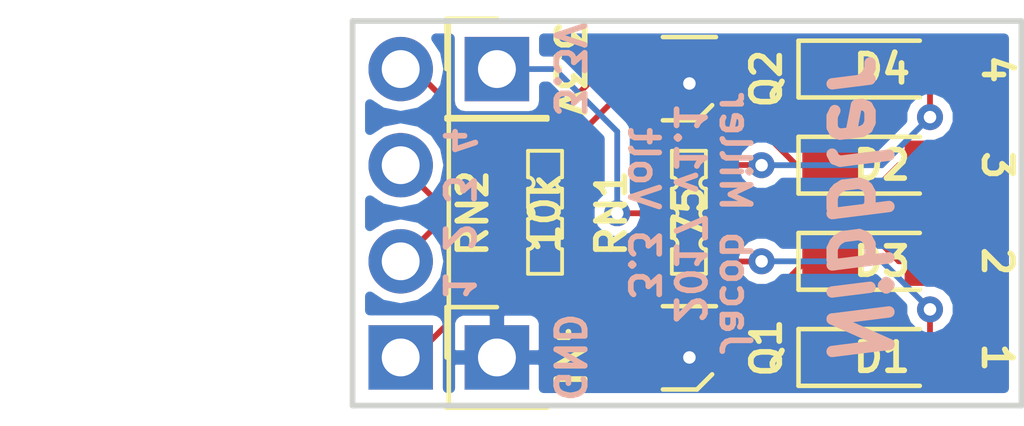
<source format=kicad_pcb>
(kicad_pcb (version 4) (host pcbnew 4.0.6)

  (general
    (links 24)
    (no_connects 0)
    (area 73.283099 50.5711 100.468501 62.873901)
    (thickness 1.6002)
    (drawings 18)
    (tracks 98)
    (zones 0)
    (modules 11)
    (nets 19)
  )

  (page User 177.8 127)
  (title_block
    (title "Nibbler - 3.3V")
    (date 2017-09-16)
    (rev v1.1)
    (company "Jacob Miller")
    (comment 1 "MOSFET LED Switch")
  )

  (layers
    (0 F.Cu signal)
    (31 B.Cu signal)
    (33 F.Adhes user)
    (34 B.Paste user)
    (35 F.Paste user)
    (36 B.SilkS user)
    (37 F.SilkS user)
    (38 B.Mask user)
    (39 F.Mask user)
    (40 Dwgs.User user)
    (41 Cmts.User user)
    (42 Eco1.User user)
    (43 Eco2.User user)
    (44 Edge.Cuts user)
    (45 Margin user)
    (47 F.CrtYd user)
    (49 F.Fab user)
  )

  (setup
    (last_trace_width 0.1524)
    (trace_clearance 0.1524)
    (zone_clearance 0.254)
    (zone_45_only no)
    (trace_min 0.1524)
    (segment_width 0.2)
    (edge_width 0.15)
    (via_size 0.6858)
    (via_drill 0.3302)
    (via_min_size 0.6858)
    (via_min_drill 0.3302)
    (uvia_size 0.762)
    (uvia_drill 0.508)
    (uvias_allowed no)
    (uvia_min_size 0.2)
    (uvia_min_drill 0.1)
    (pcb_text_width 0.3)
    (pcb_text_size 1.5 1.5)
    (mod_edge_width 0.15)
    (mod_text_size 1 1)
    (mod_text_width 0.15)
    (pad_size 1.524 1.524)
    (pad_drill 0.762)
    (pad_to_mask_clearance 0.2)
    (aux_axis_origin 82.7405 62.1665)
    (grid_origin 82.7405 62.1665)
    (visible_elements 7FFFFFFF)
    (pcbplotparams
      (layerselection 0x00030_80000001)
      (usegerberextensions false)
      (excludeedgelayer true)
      (linewidth 0.150000)
      (plotframeref false)
      (viasonmask false)
      (mode 1)
      (useauxorigin false)
      (hpglpennumber 1)
      (hpglpenspeed 20)
      (hpglpendiameter 15)
      (hpglpenoverlay 2)
      (psnegative false)
      (psa4output false)
      (plotreference true)
      (plotvalue true)
      (plotinvisibletext false)
      (padsonsilk false)
      (subtractmaskfromsilk false)
      (outputformat 1)
      (mirror false)
      (drillshape 1)
      (scaleselection 1)
      (outputdirectory ""))
  )

  (net 0 "")
  (net 1 GNDREF)
  (net 2 /Q1D1)
  (net 3 /Q2D1)
  (net 4 /Q1D2)
  (net 5 /Q2D2)
  (net 6 /Q1G2)
  (net 7 /Q1G1)
  (net 8 /Q2G2)
  (net 9 /Q2G1)
  (net 10 /LED1)
  (net 11 /LED3)
  (net 12 /LED2)
  (net 13 /LED4)
  (net 14 /IN1)
  (net 15 /IN2)
  (net 16 /IN3)
  (net 17 /IN4)
  (net 18 "Net-(J2-Pad1)")

  (net_class Default "This is the default net class."
    (clearance 0.1524)
    (trace_width 0.1524)
    (via_dia 0.6858)
    (via_drill 0.3302)
    (uvia_dia 0.762)
    (uvia_drill 0.508)
    (add_net /IN1)
    (add_net /IN2)
    (add_net /IN3)
    (add_net /IN4)
    (add_net /LED1)
    (add_net /LED2)
    (add_net /LED3)
    (add_net /LED4)
    (add_net /Q1D1)
    (add_net /Q1D2)
    (add_net /Q1G1)
    (add_net /Q1G2)
    (add_net /Q2D1)
    (add_net /Q2D2)
    (add_net /Q2G1)
    (add_net /Q2G2)
    (add_net GNDREF)
    (add_net "Net-(J2-Pad1)")
  )

  (module Pin_Header_Angled_1x04_Pitch2.54mm (layer F.Cu) (tedit 597BEE75) (tstamp 59795891)
    (at 84.0105 60.8965 180)
    (descr "Through hole angled pin header, 1x04, 2.54mm pitch, 6mm pin length, single row")
    (tags "Through hole angled pin header THT 1x04 2.54mm single row")
    (path /59796FBF)
    (fp_text reference J1 (at 0 9.398 180) (layer F.SilkS) hide
      (effects (font (size 1 1) (thickness 0.15)))
    )
    (fp_text value CONN_01X04 (at 2 4 270) (layer F.Fab)
      (effects (font (size 1 1) (thickness 0.15)))
    )
    (fp_line (start -0.615 -1.27) (end 1.27 -1.27) (layer F.Fab) (width 0.1))
    (fp_line (start 1.27 -1.27) (end 1.27 8.89) (layer F.Fab) (width 0.1))
    (fp_line (start 1.27 8.89) (end -1.27 8.89) (layer F.Fab) (width 0.1))
    (fp_line (start -1.27 8.89) (end -1.27 -0.635) (layer F.Fab) (width 0.1))
    (fp_line (start -1.27 -0.635) (end -0.615 -1.27) (layer F.Fab) (width 0.1))
    (fp_line (start -0.32 -0.32) (end -0.32 0.32) (layer F.Fab) (width 0.1))
    (fp_line (start -0.32 2.22) (end -0.32 2.86) (layer F.Fab) (width 0.1))
    (fp_line (start -0.32 4.76) (end -0.32 5.4) (layer F.Fab) (width 0.1))
    (fp_line (start -0.32 7.3) (end -0.32 7.94) (layer F.Fab) (width 0.1))
    (fp_line (start -1.27 -1.2446) (end -1.27 8.89) (layer F.SilkS) (width 0.12))
    (fp_line (start -1.27 8.89) (end 1.27 8.89) (layer F.SilkS) (width 0.12))
    (fp_line (start 1.27 8.89) (end 1.27 -1.27) (layer F.SilkS) (width 0.12))
    (fp_line (start 1.27 -1.27) (end -1.27 -1.27) (layer F.SilkS) (width 0.12))
    (fp_line (start -1.8 -1.8) (end -1.8 9.4) (layer F.CrtYd) (width 0.05))
    (fp_line (start -1.8 9.4) (end 10.55 9.4) (layer F.CrtYd) (width 0.05))
    (fp_line (start 10.55 9.4) (end 10.55 -1.8) (layer F.CrtYd) (width 0.05))
    (fp_line (start 10.55 -1.8) (end -1.8 -1.8) (layer F.CrtYd) (width 0.05))
    (pad 1 thru_hole rect (at 0 0 180) (size 1.7 1.7) (drill 1) (layers *.Cu *.Mask)
      (net 14 /IN1))
    (pad 2 thru_hole oval (at 0 2.54 180) (size 1.7 1.7) (drill 1) (layers *.Cu *.Mask)
      (net 15 /IN2))
    (pad 3 thru_hole oval (at 0 5.08 180) (size 1.7 1.7) (drill 1) (layers *.Cu *.Mask)
      (net 16 /IN3))
    (pad 4 thru_hole oval (at 0 7.62 180) (size 1.7 1.7) (drill 1) (layers *.Cu *.Mask)
      (net 17 /IN4))
    (model ${KISYS3DMOD}/Pin_Headers.3dshapes/Pin_Header_Angled_1x04_Pitch2.54mm.wrl
      (at (xyz 0 0 0))
      (scale (xyz 1 1 1))
      (rotate (xyz 0 0 0))
    )
  )

  (module LEDs:LED_0805_HandSoldering (layer F.Cu) (tedit 595FCA25) (tstamp 597951F2)
    (at 96.7105 60.8965)
    (descr "Resistor SMD 0805, hand soldering")
    (tags "resistor 0805")
    (path /59794F60)
    (attr smd)
    (fp_text reference D1 (at 0 0) (layer F.SilkS)
      (effects (font (size 0.75 0.75) (thickness 0.15)))
    )
    (fp_text value Green (at 0 -0.127) (layer F.Fab)
      (effects (font (size 0.75 0.75) (thickness 0.15)))
    )
    (fp_line (start -0.4 -0.4) (end -0.4 0.4) (layer F.Fab) (width 0.1))
    (fp_line (start -0.4 0) (end 0.2 -0.4) (layer F.Fab) (width 0.1))
    (fp_line (start 0.2 0.4) (end -0.4 0) (layer F.Fab) (width 0.1))
    (fp_line (start 0.2 -0.4) (end 0.2 0.4) (layer F.Fab) (width 0.1))
    (fp_line (start -1 0.62) (end -1 -0.62) (layer F.Fab) (width 0.1))
    (fp_line (start 1 0.62) (end -1 0.62) (layer F.Fab) (width 0.1))
    (fp_line (start 1 -0.62) (end 1 0.62) (layer F.Fab) (width 0.1))
    (fp_line (start -1 -0.62) (end 1 -0.62) (layer F.Fab) (width 0.1))
    (fp_line (start 1 0.75) (end -2.2 0.75) (layer F.SilkS) (width 0.12))
    (fp_line (start -2.2 -0.75) (end 1 -0.75) (layer F.SilkS) (width 0.12))
    (fp_line (start -2.35 -0.9) (end 2.35 -0.9) (layer F.CrtYd) (width 0.05))
    (fp_line (start -2.35 -0.9) (end -2.35 0.9) (layer F.CrtYd) (width 0.05))
    (fp_line (start 2.35 0.9) (end 2.35 -0.9) (layer F.CrtYd) (width 0.05))
    (fp_line (start 2.35 0.9) (end -2.35 0.9) (layer F.CrtYd) (width 0.05))
    (fp_line (start -2.2 -0.75) (end -2.2 0.75) (layer F.SilkS) (width 0.12))
    (pad 1 smd rect (at -1.35 0) (size 1.5 1.3) (layers F.Cu F.Paste F.Mask)
      (net 2 /Q1D1))
    (pad 2 smd rect (at 1.35 0) (size 1.5 1.3) (layers F.Cu F.Paste F.Mask)
      (net 10 /LED1))
    (model ${KISYS3DMOD}/LEDs.3dshapes/LED_0805.wrl
      (at (xyz 0 0 0))
      (scale (xyz 1 1 1))
      (rotate (xyz 0 0 0))
    )
  )

  (module LEDs:LED_0805_HandSoldering (layer F.Cu) (tedit 595FCA25) (tstamp 597951F8)
    (at 96.7105 55.8165)
    (descr "Resistor SMD 0805, hand soldering")
    (tags "resistor 0805")
    (path /59794F6C)
    (attr smd)
    (fp_text reference D2 (at 0 0) (layer F.SilkS)
      (effects (font (size 0.75 0.75) (thickness 0.15)))
    )
    (fp_text value Green (at 0 0) (layer F.Fab)
      (effects (font (size 0.75 0.75) (thickness 0.15)))
    )
    (fp_line (start -0.4 -0.4) (end -0.4 0.4) (layer F.Fab) (width 0.1))
    (fp_line (start -0.4 0) (end 0.2 -0.4) (layer F.Fab) (width 0.1))
    (fp_line (start 0.2 0.4) (end -0.4 0) (layer F.Fab) (width 0.1))
    (fp_line (start 0.2 -0.4) (end 0.2 0.4) (layer F.Fab) (width 0.1))
    (fp_line (start -1 0.62) (end -1 -0.62) (layer F.Fab) (width 0.1))
    (fp_line (start 1 0.62) (end -1 0.62) (layer F.Fab) (width 0.1))
    (fp_line (start 1 -0.62) (end 1 0.62) (layer F.Fab) (width 0.1))
    (fp_line (start -1 -0.62) (end 1 -0.62) (layer F.Fab) (width 0.1))
    (fp_line (start 1 0.75) (end -2.2 0.75) (layer F.SilkS) (width 0.12))
    (fp_line (start -2.2 -0.75) (end 1 -0.75) (layer F.SilkS) (width 0.12))
    (fp_line (start -2.35 -0.9) (end 2.35 -0.9) (layer F.CrtYd) (width 0.05))
    (fp_line (start -2.35 -0.9) (end -2.35 0.9) (layer F.CrtYd) (width 0.05))
    (fp_line (start 2.35 0.9) (end 2.35 -0.9) (layer F.CrtYd) (width 0.05))
    (fp_line (start 2.35 0.9) (end -2.35 0.9) (layer F.CrtYd) (width 0.05))
    (fp_line (start -2.2 -0.75) (end -2.2 0.75) (layer F.SilkS) (width 0.12))
    (pad 1 smd rect (at -1.35 0) (size 1.5 1.3) (layers F.Cu F.Paste F.Mask)
      (net 3 /Q2D1))
    (pad 2 smd rect (at 1.35 0) (size 1.5 1.3) (layers F.Cu F.Paste F.Mask)
      (net 11 /LED3))
    (model ${KISYS3DMOD}/LEDs.3dshapes/LED_0805.wrl
      (at (xyz 0 0 0))
      (scale (xyz 1 1 1))
      (rotate (xyz 0 0 0))
    )
  )

  (module LEDs:LED_0805_HandSoldering (layer F.Cu) (tedit 595FCA25) (tstamp 597951FE)
    (at 96.7105 58.3565)
    (descr "Resistor SMD 0805, hand soldering")
    (tags "resistor 0805")
    (path /59794F62)
    (attr smd)
    (fp_text reference D3 (at 0 0) (layer F.SilkS)
      (effects (font (size 0.75 0.75) (thickness 0.15)))
    )
    (fp_text value Green (at 0 1.75) (layer F.Fab)
      (effects (font (size 0.75 0.75) (thickness 0.15)))
    )
    (fp_line (start -0.4 -0.4) (end -0.4 0.4) (layer F.Fab) (width 0.1))
    (fp_line (start -0.4 0) (end 0.2 -0.4) (layer F.Fab) (width 0.1))
    (fp_line (start 0.2 0.4) (end -0.4 0) (layer F.Fab) (width 0.1))
    (fp_line (start 0.2 -0.4) (end 0.2 0.4) (layer F.Fab) (width 0.1))
    (fp_line (start -1 0.62) (end -1 -0.62) (layer F.Fab) (width 0.1))
    (fp_line (start 1 0.62) (end -1 0.62) (layer F.Fab) (width 0.1))
    (fp_line (start 1 -0.62) (end 1 0.62) (layer F.Fab) (width 0.1))
    (fp_line (start -1 -0.62) (end 1 -0.62) (layer F.Fab) (width 0.1))
    (fp_line (start 1 0.75) (end -2.2 0.75) (layer F.SilkS) (width 0.12))
    (fp_line (start -2.2 -0.75) (end 1 -0.75) (layer F.SilkS) (width 0.12))
    (fp_line (start -2.35 -0.9) (end 2.35 -0.9) (layer F.CrtYd) (width 0.05))
    (fp_line (start -2.35 -0.9) (end -2.35 0.9) (layer F.CrtYd) (width 0.05))
    (fp_line (start 2.35 0.9) (end 2.35 -0.9) (layer F.CrtYd) (width 0.05))
    (fp_line (start 2.35 0.9) (end -2.35 0.9) (layer F.CrtYd) (width 0.05))
    (fp_line (start -2.2 -0.75) (end -2.2 0.75) (layer F.SilkS) (width 0.12))
    (pad 1 smd rect (at -1.35 0) (size 1.5 1.3) (layers F.Cu F.Paste F.Mask)
      (net 4 /Q1D2))
    (pad 2 smd rect (at 1.35 0) (size 1.5 1.3) (layers F.Cu F.Paste F.Mask)
      (net 12 /LED2))
    (model ${KISYS3DMOD}/LEDs.3dshapes/LED_0805.wrl
      (at (xyz 0 0 0))
      (scale (xyz 1 1 1))
      (rotate (xyz 0 0 0))
    )
  )

  (module LEDs:LED_0805_HandSoldering (layer F.Cu) (tedit 595FCA25) (tstamp 59795204)
    (at 96.7105 53.2765)
    (descr "Resistor SMD 0805, hand soldering")
    (tags "resistor 0805")
    (path /59794F6E)
    (attr smd)
    (fp_text reference D4 (at 0 0) (layer F.SilkS)
      (effects (font (size 0.75 0.75) (thickness 0.15)))
    )
    (fp_text value Green (at 0 0) (layer F.Fab)
      (effects (font (size 0.75 0.75) (thickness 0.15)))
    )
    (fp_line (start -0.4 -0.4) (end -0.4 0.4) (layer F.Fab) (width 0.1))
    (fp_line (start -0.4 0) (end 0.2 -0.4) (layer F.Fab) (width 0.1))
    (fp_line (start 0.2 0.4) (end -0.4 0) (layer F.Fab) (width 0.1))
    (fp_line (start 0.2 -0.4) (end 0.2 0.4) (layer F.Fab) (width 0.1))
    (fp_line (start -1 0.62) (end -1 -0.62) (layer F.Fab) (width 0.1))
    (fp_line (start 1 0.62) (end -1 0.62) (layer F.Fab) (width 0.1))
    (fp_line (start 1 -0.62) (end 1 0.62) (layer F.Fab) (width 0.1))
    (fp_line (start -1 -0.62) (end 1 -0.62) (layer F.Fab) (width 0.1))
    (fp_line (start 1 0.75) (end -2.2 0.75) (layer F.SilkS) (width 0.12))
    (fp_line (start -2.2 -0.75) (end 1 -0.75) (layer F.SilkS) (width 0.12))
    (fp_line (start -2.35 -0.9) (end 2.35 -0.9) (layer F.CrtYd) (width 0.05))
    (fp_line (start -2.35 -0.9) (end -2.35 0.9) (layer F.CrtYd) (width 0.05))
    (fp_line (start 2.35 0.9) (end 2.35 -0.9) (layer F.CrtYd) (width 0.05))
    (fp_line (start 2.35 0.9) (end -2.35 0.9) (layer F.CrtYd) (width 0.05))
    (fp_line (start -2.2 -0.75) (end -2.2 0.75) (layer F.SilkS) (width 0.12))
    (pad 1 smd rect (at -1.35 0) (size 1.5 1.3) (layers F.Cu F.Paste F.Mask)
      (net 5 /Q2D2))
    (pad 2 smd rect (at 1.35 0) (size 1.5 1.3) (layers F.Cu F.Paste F.Mask)
      (net 13 /LED4))
    (model ${KISYS3DMOD}/LEDs.3dshapes/LED_0805.wrl
      (at (xyz 0 0 0))
      (scale (xyz 1 1 1))
      (rotate (xyz 0 0 0))
    )
  )

  (module Project-Local:YC164-JR-0775RL (layer F.Cu) (tedit 597B1D2C) (tstamp 59795238)
    (at 91.6165 57.0865)
    (path /59794F72)
    (fp_text reference RN1 (at -2.046 0 270) (layer F.SilkS)
      (effects (font (size 0.75 0.75) (thickness 0.15)))
    )
    (fp_text value 75 (at 0 0 90) (layer F.SilkS)
      (effects (font (size 0.75 0.75) (thickness 0.15)))
    )
    (fp_arc (start -0.45 -0.8) (end -0.45 -0.95) (angle 180) (layer F.SilkS) (width 0.1))
    (fp_line (start -1.5 2) (end -1.5 -2) (layer F.CrtYd) (width 0.05))
    (fp_line (start 1.5 2) (end -1.5 2) (layer F.CrtYd) (width 0.05))
    (fp_line (start 1.5 -2) (end 1.5 2) (layer F.CrtYd) (width 0.05))
    (fp_line (start -1.5 -2) (end 1.5 -2) (layer F.CrtYd) (width 0.05))
    (fp_line (start 0.45 -1.65) (end 0.45 -0.95) (layer F.SilkS) (width 0.1))
    (fp_line (start -0.45 1.6) (end 0.45 1.6) (layer F.SilkS) (width 0.1))
    (fp_line (start -0.45 -1.65) (end 0.45 -1.65) (layer F.SilkS) (width 0.1))
    (fp_line (start -0.45 -1.65) (end -0.45 -0.95) (layer F.SilkS) (width 0.1))
    (fp_arc (start 0.45 -0.8) (end 0.45 -0.65) (angle 180) (layer F.SilkS) (width 0.1))
    (fp_line (start -0.45 -0.65) (end -0.45 -0.15) (layer F.SilkS) (width 0.1))
    (fp_arc (start -0.45 0) (end -0.45 -0.15) (angle 180) (layer F.SilkS) (width 0.1))
    (fp_line (start -0.45 0.15) (end -0.45 0.65) (layer F.SilkS) (width 0.1))
    (fp_arc (start -0.45 0.8) (end -0.45 0.65) (angle 180) (layer F.SilkS) (width 0.1))
    (fp_line (start -0.45 0.95) (end -0.45 1.6) (layer F.SilkS) (width 0.1))
    (fp_line (start 0.45 -0.65) (end 0.45 -0.15) (layer F.SilkS) (width 0.1))
    (fp_line (start 0.45 0.15) (end 0.45 0.65) (layer F.SilkS) (width 0.1))
    (fp_arc (start 0.45 0) (end 0.45 0.15) (angle 180) (layer F.SilkS) (width 0.1))
    (fp_line (start 0.45 0.95) (end 0.45 1.6) (layer F.SilkS) (width 0.1))
    (fp_arc (start 0.45 0.8) (end 0.45 0.95) (angle 180) (layer F.SilkS) (width 0.1))
    (pad 1 smd rect (at -0.875 -1.275) (size 0.75 0.65) (layers F.Cu F.Paste F.Mask)
      (net 18 "Net-(J2-Pad1)"))
    (pad 2 smd rect (at -0.875 -0.4) (size 0.75 0.5) (layers F.Cu F.Paste F.Mask)
      (net 18 "Net-(J2-Pad1)"))
    (pad 3 smd rect (at -0.875 0.4) (size 0.75 0.5) (layers F.Cu F.Paste F.Mask)
      (net 18 "Net-(J2-Pad1)"))
    (pad 4 smd rect (at -0.875 1.275) (size 0.75 0.65) (layers F.Cu F.Paste F.Mask)
      (net 18 "Net-(J2-Pad1)"))
    (pad 5 smd rect (at 0.875 1.275) (size 0.75 0.65) (layers F.Cu F.Paste F.Mask)
      (net 10 /LED1))
    (pad 6 smd rect (at 0.875 0.4) (size 0.75 0.5) (layers F.Cu F.Paste F.Mask)
      (net 12 /LED2))
    (pad 7 smd rect (at 0.875 -0.4) (size 0.75 0.5) (layers F.Cu F.Paste F.Mask)
      (net 11 /LED3))
    (pad 8 smd rect (at 0.875 -1.275) (size 0.75 0.65) (layers F.Cu F.Paste F.Mask)
      (net 13 /LED4))
    (model Resistors_SMD.3dshapes/R_Array_Convex_4x0603.wrl
      (at (xyz 0 0 0))
      (scale (xyz 1 1 1))
      (rotate (xyz 0 0 0))
    )
  )

  (module Project-Local:YC164-JR-0775RL (layer F.Cu) (tedit 597B1D20) (tstamp 59795258)
    (at 87.8205 57.0865)
    (path /59794F71)
    (fp_text reference RN2 (at -1.905 0 90) (layer F.SilkS)
      (effects (font (size 0.75 0.75) (thickness 0.15)))
    )
    (fp_text value 10k (at 0 0 90) (layer F.SilkS)
      (effects (font (size 0.75 0.75) (thickness 0.15)))
    )
    (fp_arc (start -0.45 -0.8) (end -0.45 -0.95) (angle 180) (layer F.SilkS) (width 0.1))
    (fp_line (start -1.5 2) (end -1.5 -2) (layer F.CrtYd) (width 0.05))
    (fp_line (start 1.5 2) (end -1.5 2) (layer F.CrtYd) (width 0.05))
    (fp_line (start 1.5 -2) (end 1.5 2) (layer F.CrtYd) (width 0.05))
    (fp_line (start -1.5 -2) (end 1.5 -2) (layer F.CrtYd) (width 0.05))
    (fp_line (start 0.45 -1.65) (end 0.45 -0.95) (layer F.SilkS) (width 0.1))
    (fp_line (start -0.45 1.6) (end 0.45 1.6) (layer F.SilkS) (width 0.1))
    (fp_line (start -0.45 -1.65) (end 0.45 -1.65) (layer F.SilkS) (width 0.1))
    (fp_line (start -0.45 -1.65) (end -0.45 -0.95) (layer F.SilkS) (width 0.1))
    (fp_arc (start 0.45 -0.8) (end 0.45 -0.65) (angle 180) (layer F.SilkS) (width 0.1))
    (fp_line (start -0.45 -0.65) (end -0.45 -0.15) (layer F.SilkS) (width 0.1))
    (fp_arc (start -0.45 0) (end -0.45 -0.15) (angle 180) (layer F.SilkS) (width 0.1))
    (fp_line (start -0.45 0.15) (end -0.45 0.65) (layer F.SilkS) (width 0.1))
    (fp_arc (start -0.45 0.8) (end -0.45 0.65) (angle 180) (layer F.SilkS) (width 0.1))
    (fp_line (start -0.45 0.95) (end -0.45 1.6) (layer F.SilkS) (width 0.1))
    (fp_line (start 0.45 -0.65) (end 0.45 -0.15) (layer F.SilkS) (width 0.1))
    (fp_line (start 0.45 0.15) (end 0.45 0.65) (layer F.SilkS) (width 0.1))
    (fp_arc (start 0.45 0) (end 0.45 0.15) (angle 180) (layer F.SilkS) (width 0.1))
    (fp_line (start 0.45 0.95) (end 0.45 1.6) (layer F.SilkS) (width 0.1))
    (fp_arc (start 0.45 0.8) (end 0.45 0.95) (angle 180) (layer F.SilkS) (width 0.1))
    (pad 1 smd rect (at -0.875 -1.275) (size 0.75 0.65) (layers F.Cu F.Paste F.Mask)
      (net 17 /IN4))
    (pad 2 smd rect (at -0.875 -0.4) (size 0.75 0.5) (layers F.Cu F.Paste F.Mask)
      (net 16 /IN3))
    (pad 3 smd rect (at -0.875 0.4) (size 0.75 0.5) (layers F.Cu F.Paste F.Mask)
      (net 15 /IN2))
    (pad 4 smd rect (at -0.875 1.275) (size 0.75 0.65) (layers F.Cu F.Paste F.Mask)
      (net 14 /IN1))
    (pad 5 smd rect (at 0.875 1.275) (size 0.75 0.65) (layers F.Cu F.Paste F.Mask)
      (net 7 /Q1G1))
    (pad 6 smd rect (at 0.875 0.4) (size 0.75 0.5) (layers F.Cu F.Paste F.Mask)
      (net 6 /Q1G2))
    (pad 7 smd rect (at 0.875 -0.4) (size 0.75 0.5) (layers F.Cu F.Paste F.Mask)
      (net 9 /Q2G1))
    (pad 8 smd rect (at 0.875 -1.275) (size 0.75 0.65) (layers F.Cu F.Paste F.Mask)
      (net 8 /Q2G2))
    (model Resistors_SMD.3dshapes/R_Array_Convex_4x0603.wrl
      (at (xyz 0 0 0))
      (scale (xyz 1 1 1))
      (rotate (xyz 0 0 0))
    )
  )

  (module Pin_Headers:Pin_Header_Straight_1x01_Pitch2.54mm (layer F.Cu) (tedit 597B1C85) (tstamp 5979DF3C)
    (at 86.5505 53.2765)
    (descr "Through hole straight pin header, 1x01, 2.54mm pitch, single row")
    (tags "Through hole pin header THT 1x01 2.54mm single row")
    (path /5979E071)
    (fp_text reference J2 (at 0 -1.778) (layer F.SilkS) hide
      (effects (font (size 1 1) (thickness 0.15)))
    )
    (fp_text value +3.3 (at 1.778 0 90) (layer F.Fab)
      (effects (font (size 0.75 0.75) (thickness 0.15)))
    )
    (fp_line (start -0.635 -1.27) (end 1.27 -1.27) (layer F.Fab) (width 0.1))
    (fp_line (start 1.27 -1.27) (end 1.27 1.27) (layer F.Fab) (width 0.1))
    (fp_line (start 1.27 1.27) (end -1.27 1.27) (layer F.Fab) (width 0.1))
    (fp_line (start -1.27 1.27) (end -1.27 -0.635) (layer F.Fab) (width 0.1))
    (fp_line (start -1.27 -0.635) (end -0.635 -1.27) (layer F.Fab) (width 0.1))
    (fp_line (start -1.33 1.33) (end 1.33 1.33) (layer F.SilkS) (width 0.12))
    (fp_line (start -1.33 1.27) (end -1.33 1.33) (layer F.SilkS) (width 0.12))
    (fp_line (start 1.33 1.27) (end 1.33 1.33) (layer F.SilkS) (width 0.12))
    (fp_line (start -1.33 1.27) (end 1.33 1.27) (layer F.SilkS) (width 0.12))
    (fp_line (start -1.33 0) (end -1.33 -1.33) (layer F.SilkS) (width 0.12))
    (fp_line (start -1.33 -1.33) (end 0 -1.33) (layer F.SilkS) (width 0.12))
    (fp_line (start -1.8 -1.8) (end -1.8 1.8) (layer F.CrtYd) (width 0.05))
    (fp_line (start -1.8 1.8) (end 1.8 1.8) (layer F.CrtYd) (width 0.05))
    (fp_line (start 1.8 1.8) (end 1.8 -1.8) (layer F.CrtYd) (width 0.05))
    (fp_line (start 1.8 -1.8) (end -1.8 -1.8) (layer F.CrtYd) (width 0.05))
    (fp_text user %R (at 0 0 90) (layer F.Fab)
      (effects (font (size 1 1) (thickness 0.15)))
    )
    (pad 1 thru_hole rect (at 0 0) (size 1.7 1.7) (drill 1) (layers *.Cu *.Mask)
      (net 18 "Net-(J2-Pad1)"))
    (model ${KISYS3DMOD}/Pin_Headers.3dshapes/Pin_Header_Straight_1x01_Pitch2.54mm.wrl
      (at (xyz 0 0 0))
      (scale (xyz 1 1 1))
      (rotate (xyz 0 0 0))
    )
  )

  (module Pin_Headers:Pin_Header_Straight_1x01_Pitch2.54mm (layer F.Cu) (tedit 597B1C89) (tstamp 5979DF41)
    (at 86.5505 60.8965)
    (descr "Through hole straight pin header, 1x01, 2.54mm pitch, single row")
    (tags "Through hole pin header THT 1x01 2.54mm single row")
    (path /5979E3DC)
    (fp_text reference J3 (at 0 -2.33) (layer F.SilkS) hide
      (effects (font (size 1 1) (thickness 0.15)))
    )
    (fp_text value GND (at 1.905 0 90) (layer F.Fab)
      (effects (font (size 0.75 0.75) (thickness 0.15)))
    )
    (fp_line (start -0.635 -1.27) (end 1.27 -1.27) (layer F.Fab) (width 0.1))
    (fp_line (start 1.27 -1.27) (end 1.27 1.27) (layer F.Fab) (width 0.1))
    (fp_line (start 1.27 1.27) (end -1.27 1.27) (layer F.Fab) (width 0.1))
    (fp_line (start -1.27 1.27) (end -1.27 -0.635) (layer F.Fab) (width 0.1))
    (fp_line (start -1.27 -0.635) (end -0.635 -1.27) (layer F.Fab) (width 0.1))
    (fp_line (start -1.33 1.33) (end 1.33 1.33) (layer F.SilkS) (width 0.12))
    (fp_line (start -1.33 1.27) (end -1.33 1.33) (layer F.SilkS) (width 0.12))
    (fp_line (start 1.33 1.27) (end 1.33 1.33) (layer F.SilkS) (width 0.12))
    (fp_line (start -1.33 1.27) (end 1.33 1.27) (layer F.SilkS) (width 0.12))
    (fp_line (start -1.33 0) (end -1.33 -1.33) (layer F.SilkS) (width 0.12))
    (fp_line (start -1.33 -1.33) (end 0 -1.33) (layer F.SilkS) (width 0.12))
    (fp_line (start -1.8 -1.8) (end -1.8 1.8) (layer F.CrtYd) (width 0.05))
    (fp_line (start -1.8 1.8) (end 1.8 1.8) (layer F.CrtYd) (width 0.05))
    (fp_line (start 1.8 1.8) (end 1.8 -1.8) (layer F.CrtYd) (width 0.05))
    (fp_line (start 1.8 -1.8) (end -1.8 -1.8) (layer F.CrtYd) (width 0.05))
    (fp_text user %R (at 0 0 90) (layer F.Fab)
      (effects (font (size 1 1) (thickness 0.15)))
    )
    (pad 1 thru_hole rect (at 0 0) (size 1.7 1.7) (drill 1) (layers *.Cu *.Mask)
      (net 1 GNDREF))
    (model ${KISYS3DMOD}/Pin_Headers.3dshapes/Pin_Header_Straight_1x01_Pitch2.54mm.wrl
      (at (xyz 0 0 0))
      (scale (xyz 1 1 1))
      (rotate (xyz 0 0 0))
    )
  )

  (module Project-Local:SOT-363_SC-70-6 (layer F.Cu) (tedit 597B1DB3) (tstamp 597BB6EF)
    (at 91.6305 60.6425 180)
    (descr "SOT-363, SC-70-6")
    (tags "SOT-363 SC-70-6")
    (path /59794F6B)
    (attr smd)
    (fp_text reference Q1 (at -2.032 0 270) (layer F.SilkS)
      (effects (font (size 0.75 0.75) (thickness 0.15)))
    )
    (fp_text value UM6K33N (at 0 0 180) (layer F.Fab)
      (effects (font (size 0.75 0.75) (thickness 0.15)))
    )
    (fp_line (start -0.2 -1.1) (end -0.6 -0.7) (layer F.SilkS) (width 0.12))
    (fp_text user %R (at -2.032 0 270) (layer F.Fab)
      (effects (font (size 0.75 0.75) (thickness 0.15)))
    )
    (fp_line (start 0.7 -1.1) (end -0.2 -1.1) (layer F.SilkS) (width 0.12))
    (fp_line (start -0.7 1.1) (end 0.7 1.1) (layer F.SilkS) (width 0.12))
    (fp_line (start 1.6 1.4) (end 1.6 -1.4) (layer F.CrtYd) (width 0.05))
    (fp_line (start -1.6 -1.4) (end -1.6 1.4) (layer F.CrtYd) (width 0.05))
    (fp_line (start -1.6 -1.4) (end 1.6 -1.4) (layer F.CrtYd) (width 0.05))
    (fp_line (start 0.675 -1.1) (end -0.175 -1.1) (layer F.Fab) (width 0.1))
    (fp_line (start -0.675 -0.6) (end -0.675 1.1) (layer F.Fab) (width 0.1))
    (fp_line (start -1.6 1.4) (end 1.6 1.4) (layer F.CrtYd) (width 0.05))
    (fp_line (start 0.675 -1.1) (end 0.675 1.1) (layer F.Fab) (width 0.1))
    (fp_line (start 0.675 1.1) (end -0.675 1.1) (layer F.Fab) (width 0.1))
    (fp_line (start -0.175 -1.1) (end -0.675 -0.6) (layer F.Fab) (width 0.1))
    (pad 1 smd rect (at -0.95 -0.65 180) (size 0.65 0.4) (layers F.Cu F.Paste F.Mask)
      (net 1 GNDREF))
    (pad 3 smd rect (at -0.95 0.65 180) (size 0.65 0.4) (layers F.Cu F.Paste F.Mask)
      (net 4 /Q1D2))
    (pad 5 smd rect (at 0.95 0 180) (size 0.65 0.4) (layers F.Cu F.Paste F.Mask)
      (net 6 /Q1G2))
    (pad 2 smd rect (at -0.95 0 180) (size 0.65 0.4) (layers F.Cu F.Paste F.Mask)
      (net 7 /Q1G1))
    (pad 4 smd rect (at 0.95 0.65 180) (size 0.65 0.4) (layers F.Cu F.Paste F.Mask)
      (net 1 GNDREF))
    (pad 6 smd rect (at 0.95 -0.65 180) (size 0.65 0.4) (layers F.Cu F.Paste F.Mask)
      (net 2 /Q1D1))
    (model ${KISYS3DMOD}/TO_SOT_Packages_SMD.3dshapes/SOT-363_SC-70-6.wrl
      (at (xyz 0 0 0))
      (scale (xyz 1 1 1))
      (rotate (xyz 0 0 0))
    )
  )

  (module Project-Local:SOT-363_SC-70-6 (layer F.Cu) (tedit 597B1DB3) (tstamp 597BB705)
    (at 91.6305 53.5305 180)
    (descr "SOT-363, SC-70-6")
    (tags "SOT-363 SC-70-6")
    (path /59794F70)
    (attr smd)
    (fp_text reference Q2 (at -2.032 0 270) (layer F.SilkS)
      (effects (font (size 0.75 0.75) (thickness 0.15)))
    )
    (fp_text value UM6K33N (at 0 0 180) (layer F.Fab)
      (effects (font (size 0.75 0.75) (thickness 0.15)))
    )
    (fp_line (start -0.2 -1.1) (end -0.6 -0.7) (layer F.SilkS) (width 0.12))
    (fp_text user %R (at -2.032 0 270) (layer F.Fab)
      (effects (font (size 0.75 0.75) (thickness 0.15)))
    )
    (fp_line (start 0.7 -1.1) (end -0.2 -1.1) (layer F.SilkS) (width 0.12))
    (fp_line (start -0.7 1.1) (end 0.7 1.1) (layer F.SilkS) (width 0.12))
    (fp_line (start 1.6 1.4) (end 1.6 -1.4) (layer F.CrtYd) (width 0.05))
    (fp_line (start -1.6 -1.4) (end -1.6 1.4) (layer F.CrtYd) (width 0.05))
    (fp_line (start -1.6 -1.4) (end 1.6 -1.4) (layer F.CrtYd) (width 0.05))
    (fp_line (start 0.675 -1.1) (end -0.175 -1.1) (layer F.Fab) (width 0.1))
    (fp_line (start -0.675 -0.6) (end -0.675 1.1) (layer F.Fab) (width 0.1))
    (fp_line (start -1.6 1.4) (end 1.6 1.4) (layer F.CrtYd) (width 0.05))
    (fp_line (start 0.675 -1.1) (end 0.675 1.1) (layer F.Fab) (width 0.1))
    (fp_line (start 0.675 1.1) (end -0.675 1.1) (layer F.Fab) (width 0.1))
    (fp_line (start -0.175 -1.1) (end -0.675 -0.6) (layer F.Fab) (width 0.1))
    (pad 1 smd rect (at -0.95 -0.65 180) (size 0.65 0.4) (layers F.Cu F.Paste F.Mask)
      (net 1 GNDREF))
    (pad 3 smd rect (at -0.95 0.65 180) (size 0.65 0.4) (layers F.Cu F.Paste F.Mask)
      (net 5 /Q2D2))
    (pad 5 smd rect (at 0.95 0 180) (size 0.65 0.4) (layers F.Cu F.Paste F.Mask)
      (net 8 /Q2G2))
    (pad 2 smd rect (at -0.95 0 180) (size 0.65 0.4) (layers F.Cu F.Paste F.Mask)
      (net 9 /Q2G1))
    (pad 4 smd rect (at 0.95 0.65 180) (size 0.65 0.4) (layers F.Cu F.Paste F.Mask)
      (net 1 GNDREF))
    (pad 6 smd rect (at 0.95 -0.65 180) (size 0.65 0.4) (layers F.Cu F.Paste F.Mask)
      (net 3 /Q2D1))
    (model ${KISYS3DMOD}/TO_SOT_Packages_SMD.3dshapes/SOT-363_SC-70-6.wrl
      (at (xyz 0 0 0))
      (scale (xyz 1 1 1))
      (rotate (xyz 0 0 0))
    )
  )

  (gr_text "Jacob Miller \n2017 v1.1\n3.3 Volt" (at 91.6305 57.0865 270) (layer B.SilkS) (tstamp 597BF6BB)
    (effects (font (size 0.75 0.75) (thickness 0.15)) (justify mirror))
  )
  (gr_text Nibbler (at 96.0755 57.0865 270) (layer B.SilkS)
    (effects (font (size 1.5 1.5) (thickness 0.3) italic) (justify mirror))
  )
  (gr_text GND (at 88.4555 60.8965 270) (layer B.SilkS) (tstamp 597BF6B0)
    (effects (font (size 0.75 0.75) (thickness 0.15)) (justify mirror))
  )
  (gr_text 3.3V (at 88.4555 53.2765 270) (layer B.SilkS) (tstamp 597BF6AE)
    (effects (font (size 0.75 0.75) (thickness 0.15)) (justify mirror))
  )
  (gr_text 4 (at 85.5345 55.1815 270) (layer B.SilkS) (tstamp 597BF69E)
    (effects (font (size 0.75 0.75) (thickness 0.15)) (justify mirror))
  )
  (gr_text 3 (at 85.5345 56.4515 270) (layer B.SilkS) (tstamp 597BF69D)
    (effects (font (size 0.75 0.75) (thickness 0.15)) (justify mirror))
  )
  (gr_text 2 (at 85.5345 57.7215 270) (layer B.SilkS) (tstamp 597BF69C)
    (effects (font (size 0.75 0.75) (thickness 0.15)) (justify mirror))
  )
  (gr_text 1 (at 85.5345 58.9915 270) (layer B.SilkS) (tstamp 597BF69B)
    (effects (font (size 0.75 0.75) (thickness 0.15)) (justify mirror))
  )
  (gr_text GND (at 88.4555 60.8965 270) (layer F.SilkS) (tstamp 597B1CB4)
    (effects (font (size 0.75 0.75) (thickness 0.15)))
  )
  (gr_text 3.3V (at 88.4555 53.2765 270) (layer F.SilkS) (tstamp 597B1CAF)
    (effects (font (size 0.75 0.75) (thickness 0.15)))
  )
  (gr_text 4 (at 99.7585 53.2765 270) (layer F.SilkS) (tstamp 5979E22B)
    (effects (font (size 0.75 0.75) (thickness 0.15)))
  )
  (gr_text 3 (at 99.7585 55.8165 270) (layer F.SilkS) (tstamp 5979E22A)
    (effects (font (size 0.75 0.75) (thickness 0.15)))
  )
  (gr_text 2 (at 99.7585 58.3565 270) (layer F.SilkS) (tstamp 5979E229)
    (effects (font (size 0.75 0.75) (thickness 0.15)))
  )
  (gr_text 1 (at 99.7585 60.8965 270) (layer F.SilkS)
    (effects (font (size 0.75 0.75) (thickness 0.15)))
  )
  (gr_line (start 82.7405 52.0065) (end 100.3935 52.0065) (layer Edge.Cuts) (width 0.15))
  (gr_line (start 82.7405 62.1665) (end 82.7405 52.0065) (layer Edge.Cuts) (width 0.15))
  (gr_line (start 100.3935 62.1665) (end 82.7405 62.1665) (layer Edge.Cuts) (width 0.15))
  (gr_line (start 100.3935 52.0065) (end 100.3935 62.1665) (layer Edge.Cuts) (width 0.15))

  (segment (start 91.6305 53.6575) (end 91.287601 53.314601) (width 0.1524) (layer F.Cu) (net 1))
  (segment (start 91.287601 53.314601) (end 91.287601 53.010201) (width 0.1524) (layer F.Cu) (net 1))
  (segment (start 91.287601 53.010201) (end 91.1579 52.8805) (width 0.1524) (layer F.Cu) (net 1))
  (segment (start 91.1579 52.8805) (end 90.6805 52.8805) (width 0.1524) (layer F.Cu) (net 1))
  (segment (start 92.5805 54.1805) (end 92.1535 54.1805) (width 0.1524) (layer F.Cu) (net 1))
  (segment (start 92.1535 54.1805) (end 91.6305 53.6575) (width 0.1524) (layer F.Cu) (net 1))
  (via (at 91.6305 53.6575) (size 0.6858) (drill 0.3302) (layers F.Cu B.Cu) (net 1))
  (segment (start 91.6305 60.8965) (end 92.0265 61.2925) (width 0.1524) (layer F.Cu) (net 1))
  (segment (start 92.0265 61.2925) (end 92.5805 61.2925) (width 0.1524) (layer F.Cu) (net 1))
  (via (at 91.6305 60.8965) (size 0.6858) (drill 0.3302) (layers F.Cu B.Cu) (net 1))
  (segment (start 90.6805 59.9925) (end 91.1579 59.9925) (width 0.1524) (layer F.Cu) (net 1))
  (segment (start 91.1579 59.9925) (end 91.6305 60.4651) (width 0.1524) (layer F.Cu) (net 1))
  (segment (start 91.6305 60.4651) (end 91.6305 60.8965) (width 0.1524) (layer F.Cu) (net 1))
  (segment (start 90.6805 61.2925) (end 90.8055 61.2925) (width 0.1524) (layer F.Cu) (net 2))
  (segment (start 90.8055 61.2925) (end 91.234101 61.721101) (width 0.1524) (layer F.Cu) (net 2))
  (segment (start 91.234101 61.721101) (end 93.633499 61.721101) (width 0.1524) (layer F.Cu) (net 2))
  (segment (start 94.4581 60.8965) (end 95.3605 60.8965) (width 0.1524) (layer F.Cu) (net 2))
  (segment (start 93.633499 61.721101) (end 94.4581 60.8965) (width 0.1524) (layer F.Cu) (net 2))
  (segment (start 91.600089 54.622689) (end 93.264289 54.622689) (width 0.1524) (layer F.Cu) (net 3))
  (segment (start 91.1579 54.1805) (end 91.600089 54.622689) (width 0.1524) (layer F.Cu) (net 3))
  (segment (start 90.6805 54.1805) (end 91.1579 54.1805) (width 0.1524) (layer F.Cu) (net 3))
  (segment (start 94.4581 55.8165) (end 95.3605 55.8165) (width 0.1524) (layer F.Cu) (net 3))
  (segment (start 93.264289 54.622689) (end 94.4581 55.8165) (width 0.1524) (layer F.Cu) (net 3))
  (segment (start 95.3605 58.3565) (end 94.6939 58.3565) (width 0.1524) (layer F.Cu) (net 4))
  (segment (start 94.6939 58.3565) (end 93.0579 59.9925) (width 0.1524) (layer F.Cu) (net 4))
  (segment (start 93.0579 59.9925) (end 92.5805 59.9925) (width 0.1524) (layer F.Cu) (net 4))
  (segment (start 92.5805 52.8805) (end 94.9645 52.8805) (width 0.1524) (layer F.Cu) (net 5))
  (segment (start 94.9645 52.8805) (end 95.3605 53.2765) (width 0.1524) (layer F.Cu) (net 5))
  (segment (start 88.6955 57.4865) (end 88.1681 57.4865) (width 0.1524) (layer F.Cu) (net 6))
  (segment (start 88.1681 57.4865) (end 88.091899 57.562701) (width 0.1524) (layer F.Cu) (net 6))
  (segment (start 88.091899 57.562701) (end 88.091899 58.869381) (width 0.1524) (layer F.Cu) (net 6))
  (segment (start 88.091899 58.869381) (end 89.865018 60.6425) (width 0.1524) (layer F.Cu) (net 6))
  (segment (start 89.865018 60.6425) (end 90.2031 60.6425) (width 0.1524) (layer F.Cu) (net 6))
  (segment (start 90.2031 60.6425) (end 90.6805 60.6425) (width 0.1524) (layer F.Cu) (net 6))
  (segment (start 88.6955 58.3615) (end 88.7455 58.3615) (width 0.1524) (layer F.Cu) (net 7))
  (segment (start 88.7455 58.3615) (end 89.947899 59.563899) (width 0.1524) (layer F.Cu) (net 7))
  (segment (start 89.947899 59.563899) (end 91.215417 59.563899) (width 0.1524) (layer F.Cu) (net 7))
  (segment (start 91.215417 59.563899) (end 92.294018 60.6425) (width 0.1524) (layer F.Cu) (net 7))
  (segment (start 92.294018 60.6425) (end 92.5805 60.6425) (width 0.1524) (layer F.Cu) (net 7))
  (segment (start 88.6955 55.8115) (end 88.6955 55.0381) (width 0.1524) (layer F.Cu) (net 8))
  (segment (start 88.6955 55.0381) (end 90.2031 53.5305) (width 0.1524) (layer F.Cu) (net 8))
  (segment (start 90.2031 53.5305) (end 90.6805 53.5305) (width 0.1524) (layer F.Cu) (net 8))
  (segment (start 92.349324 53.5305) (end 92.5805 53.5305) (width 0.1524) (layer F.Cu) (net 9))
  (segment (start 91.270723 52.451899) (end 92.349324 53.5305) (width 0.1524) (layer F.Cu) (net 9))
  (segment (start 88.091899 54.532619) (end 90.172619 52.451899) (width 0.1524) (layer F.Cu) (net 9))
  (segment (start 88.091899 56.610299) (end 88.091899 54.532619) (width 0.1524) (layer F.Cu) (net 9))
  (segment (start 88.1681 56.6865) (end 88.091899 56.610299) (width 0.1524) (layer F.Cu) (net 9))
  (segment (start 88.6955 56.6865) (end 88.1681 56.6865) (width 0.1524) (layer F.Cu) (net 9))
  (segment (start 90.172619 52.451899) (end 91.270723 52.451899) (width 0.1524) (layer F.Cu) (net 9))
  (segment (start 97.9805 59.6265) (end 97.9805 60.8165) (width 0.1524) (layer F.Cu) (net 10))
  (segment (start 97.9805 60.8165) (end 98.0605 60.8965) (width 0.1524) (layer F.Cu) (net 10))
  (via (at 97.9805 59.6265) (size 0.6858) (drill 0.3302) (layers F.Cu B.Cu) (net 10))
  (segment (start 96.7105 58.3565) (end 97.9805 59.6265) (width 0.1524) (layer B.Cu) (net 10))
  (segment (start 93.5355 58.3565) (end 96.7105 58.3565) (width 0.1524) (layer B.Cu) (net 10))
  (segment (start 92.4915 58.3615) (end 93.5305 58.3615) (width 0.1524) (layer F.Cu) (net 10))
  (segment (start 93.5305 58.3615) (end 93.5355 58.3565) (width 0.1524) (layer F.Cu) (net 10))
  (via (at 93.5355 58.3565) (size 0.6858) (drill 0.3302) (layers F.Cu B.Cu) (net 10))
  (segment (start 97.5995 60.8965) (end 98.0605 60.8965) (width 0.1524) (layer F.Cu) (net 10))
  (segment (start 92.4915 56.6865) (end 93.0189 56.6865) (width 0.1524) (layer F.Cu) (net 11))
  (segment (start 93.0189 56.6865) (end 93.027501 56.695101) (width 0.1524) (layer F.Cu) (net 11))
  (segment (start 93.027501 56.695101) (end 96.279499 56.695101) (width 0.1524) (layer F.Cu) (net 11))
  (segment (start 96.279499 56.695101) (end 97.1581 55.8165) (width 0.1524) (layer F.Cu) (net 11))
  (segment (start 97.1581 55.8165) (end 98.0605 55.8165) (width 0.1524) (layer F.Cu) (net 11))
  (segment (start 98.0605 55.8165) (end 97.9605 55.8165) (width 0.1524) (layer F.Cu) (net 11))
  (segment (start 92.4915 57.4865) (end 93.0189 57.4865) (width 0.1524) (layer F.Cu) (net 12))
  (segment (start 93.0189 57.4865) (end 93.027501 57.477899) (width 0.1524) (layer F.Cu) (net 12))
  (segment (start 93.027501 57.477899) (end 96.279499 57.477899) (width 0.1524) (layer F.Cu) (net 12))
  (segment (start 96.279499 57.477899) (end 97.1581 58.3565) (width 0.1524) (layer F.Cu) (net 12))
  (segment (start 97.1581 58.3565) (end 98.0605 58.3565) (width 0.1524) (layer F.Cu) (net 12))
  (segment (start 97.9805 54.5465) (end 97.9805 53.3565) (width 0.1524) (layer F.Cu) (net 13))
  (segment (start 97.9805 53.3565) (end 98.0605 53.2765) (width 0.1524) (layer F.Cu) (net 13))
  (segment (start 95.1865 55.8165) (end 96.7105 55.8165) (width 0.1524) (layer B.Cu) (net 13))
  (segment (start 96.7105 55.8165) (end 97.9805 54.5465) (width 0.1524) (layer B.Cu) (net 13))
  (via (at 97.9805 54.5465) (size 0.6858) (drill 0.3302) (layers F.Cu B.Cu) (net 13))
  (segment (start 93.5355 55.8165) (end 95.1865 55.8165) (width 0.1524) (layer B.Cu) (net 13))
  (segment (start 92.4915 55.8115) (end 93.5305 55.8115) (width 0.1524) (layer F.Cu) (net 13))
  (segment (start 93.5305 55.8115) (end 93.5355 55.8165) (width 0.1524) (layer F.Cu) (net 13))
  (via (at 93.5355 55.8165) (size 0.6858) (drill 0.3302) (layers F.Cu B.Cu) (net 13))
  (segment (start 97.7265 53.2765) (end 98.0605 53.2765) (width 0.1524) (layer F.Cu) (net 13))
  (segment (start 86.9455 58.3615) (end 86.8955 58.3615) (width 0.1524) (layer F.Cu) (net 14))
  (segment (start 86.8955 58.3615) (end 84.3605 60.8965) (width 0.1524) (layer F.Cu) (net 14))
  (segment (start 84.3605 60.8965) (end 84.0105 60.8965) (width 0.1524) (layer F.Cu) (net 14))
  (segment (start 86.9455 57.4865) (end 84.8805 57.4865) (width 0.1524) (layer F.Cu) (net 15))
  (segment (start 84.8805 57.4865) (end 84.0105 58.3565) (width 0.1524) (layer F.Cu) (net 15))
  (segment (start 86.9455 56.6865) (end 84.8805 56.6865) (width 0.1524) (layer F.Cu) (net 16))
  (segment (start 84.8805 56.6865) (end 84.0105 55.8165) (width 0.1524) (layer F.Cu) (net 16))
  (segment (start 86.9455 55.8115) (end 86.8955 55.8115) (width 0.1524) (layer F.Cu) (net 17))
  (segment (start 86.8955 55.8115) (end 84.3605 53.2765) (width 0.1524) (layer F.Cu) (net 17))
  (segment (start 84.3605 53.2765) (end 84.0105 53.2765) (width 0.1524) (layer F.Cu) (net 17))
  (segment (start 90.7415 58.3615) (end 90.7415 57.4865) (width 0.1524) (layer F.Cu) (net 18))
  (segment (start 90.7415 55.8115) (end 90.7415 56.6865) (width 0.1524) (layer F.Cu) (net 18))
  (segment (start 90.7415 57.4865) (end 90.3415 57.0865) (width 0.1524) (layer F.Cu) (net 18))
  (segment (start 89.7255 57.0865) (end 90.3415 57.0865) (width 0.1524) (layer F.Cu) (net 18))
  (segment (start 90.3415 57.0865) (end 90.7415 56.6865) (width 0.1524) (layer F.Cu) (net 18))
  (segment (start 89.7255 54.9275) (end 89.7255 57.0865) (width 0.1524) (layer B.Cu) (net 18))
  (via (at 89.7255 57.0865) (size 0.6858) (drill 0.3302) (layers F.Cu B.Cu) (net 18))
  (segment (start 86.5505 53.2765) (end 88.0745 53.2765) (width 0.1524) (layer B.Cu) (net 18))
  (segment (start 88.0745 53.2765) (end 89.7255 54.9275) (width 0.1524) (layer B.Cu) (net 18))

  (zone (net 1) (net_name GNDREF) (layer B.Cu) (tstamp 0) (hatch edge 0.508)
    (connect_pads (clearance 0.254))
    (min_thickness 0.254)
    (fill yes (arc_segments 16) (thermal_gap 0.254) (thermal_bridge_width 0.381))
    (polygon
      (pts
        (xy 100.3935 52.0065) (xy 82.7405 52.0065) (xy 82.7405 62.1665) (xy 100.3935 62.1665)
      )
    )
    (filled_polygon
      (pts
        (xy 85.312036 54.1265) (xy 85.338603 54.26769) (xy 85.422046 54.397365) (xy 85.549366 54.484359) (xy 85.7005 54.514964)
        (xy 87.4005 54.514964) (xy 87.54169 54.488397) (xy 87.671365 54.404954) (xy 87.758359 54.277634) (xy 87.788964 54.1265)
        (xy 87.788964 53.7337) (xy 87.885122 53.7337) (xy 89.2683 55.116879) (xy 89.2683 56.520046) (xy 89.112165 56.675908)
        (xy 89.001726 56.941876) (xy 89.001475 57.229861) (xy 89.11145 57.496021) (xy 89.314908 57.699835) (xy 89.580876 57.810274)
        (xy 89.868861 57.810525) (xy 90.135021 57.70055) (xy 90.338835 57.497092) (xy 90.449274 57.231124) (xy 90.449525 56.943139)
        (xy 90.33955 56.676979) (xy 90.1827 56.519855) (xy 90.1827 55.959861) (xy 92.811475 55.959861) (xy 92.92145 56.226021)
        (xy 93.124908 56.429835) (xy 93.390876 56.540274) (xy 93.678861 56.540525) (xy 93.945021 56.43055) (xy 94.102145 56.2737)
        (xy 96.7105 56.2737) (xy 96.885463 56.238898) (xy 97.033789 56.139789) (xy 97.903245 55.270333) (xy 98.123861 55.270525)
        (xy 98.390021 55.16055) (xy 98.593835 54.957092) (xy 98.704274 54.691124) (xy 98.704525 54.403139) (xy 98.59455 54.136979)
        (xy 98.391092 53.933165) (xy 98.125124 53.822726) (xy 97.837139 53.822475) (xy 97.570979 53.93245) (xy 97.367165 54.135908)
        (xy 97.256726 54.401876) (xy 97.256532 54.62389) (xy 96.521122 55.3593) (xy 94.101954 55.3593) (xy 93.946092 55.203165)
        (xy 93.680124 55.092726) (xy 93.392139 55.092475) (xy 93.125979 55.20245) (xy 92.922165 55.405908) (xy 92.811726 55.671876)
        (xy 92.811475 55.959861) (xy 90.1827 55.959861) (xy 90.1827 54.9275) (xy 90.147898 54.752537) (xy 90.106019 54.689861)
        (xy 90.04879 54.604211) (xy 88.397789 52.953211) (xy 88.249463 52.854102) (xy 88.0745 52.8193) (xy 87.788964 52.8193)
        (xy 87.788964 52.4625) (xy 99.9375 52.4625) (xy 99.9375 61.7105) (xy 87.7815 61.7105) (xy 87.7815 61.05525)
        (xy 87.68625 60.96) (xy 86.614 60.96) (xy 86.614 60.98) (xy 86.487 60.98) (xy 86.487 60.96)
        (xy 85.41475 60.96) (xy 85.3195 61.05525) (xy 85.3195 61.7105) (xy 85.248964 61.7105) (xy 85.248964 60.0465)
        (xy 85.234704 59.970715) (xy 85.3195 59.970715) (xy 85.3195 60.73775) (xy 85.41475 60.833) (xy 86.487 60.833)
        (xy 86.487 59.76075) (xy 86.614 59.76075) (xy 86.614 60.833) (xy 87.68625 60.833) (xy 87.7815 60.73775)
        (xy 87.7815 59.970715) (xy 87.723496 59.830681) (xy 87.61632 59.723504) (xy 87.476286 59.6655) (xy 86.70925 59.6655)
        (xy 86.614 59.76075) (xy 86.487 59.76075) (xy 86.39175 59.6655) (xy 85.624714 59.6655) (xy 85.48468 59.723504)
        (xy 85.377504 59.830681) (xy 85.3195 59.970715) (xy 85.234704 59.970715) (xy 85.222397 59.90531) (xy 85.138954 59.775635)
        (xy 85.011634 59.688641) (xy 84.8605 59.658036) (xy 83.1965 59.658036) (xy 83.1965 59.28078) (xy 83.5153 59.493796)
        (xy 83.986383 59.5875) (xy 84.034617 59.5875) (xy 84.5057 59.493796) (xy 84.905065 59.226948) (xy 85.171913 58.827583)
        (xy 85.2371 58.499861) (xy 92.811475 58.499861) (xy 92.92145 58.766021) (xy 93.124908 58.969835) (xy 93.390876 59.080274)
        (xy 93.678861 59.080525) (xy 93.945021 58.97055) (xy 94.102145 58.8137) (xy 96.521122 58.8137) (xy 97.256667 59.549245)
        (xy 97.256475 59.769861) (xy 97.36645 60.036021) (xy 97.569908 60.239835) (xy 97.835876 60.350274) (xy 98.123861 60.350525)
        (xy 98.390021 60.24055) (xy 98.593835 60.037092) (xy 98.704274 59.771124) (xy 98.704525 59.483139) (xy 98.59455 59.216979)
        (xy 98.391092 59.013165) (xy 98.125124 58.902726) (xy 97.90311 58.902532) (xy 97.033789 58.033211) (xy 96.885463 57.934102)
        (xy 96.7105 57.8993) (xy 94.101954 57.8993) (xy 93.946092 57.743165) (xy 93.680124 57.632726) (xy 93.392139 57.632475)
        (xy 93.125979 57.74245) (xy 92.922165 57.945908) (xy 92.811726 58.211876) (xy 92.811475 58.499861) (xy 85.2371 58.499861)
        (xy 85.265617 58.3565) (xy 85.171913 57.885417) (xy 84.905065 57.486052) (xy 84.5057 57.219204) (xy 84.034617 57.1255)
        (xy 83.986383 57.1255) (xy 83.5153 57.219204) (xy 83.1965 57.43222) (xy 83.1965 56.74078) (xy 83.5153 56.953796)
        (xy 83.986383 57.0475) (xy 84.034617 57.0475) (xy 84.5057 56.953796) (xy 84.905065 56.686948) (xy 85.171913 56.287583)
        (xy 85.265617 55.8165) (xy 85.171913 55.345417) (xy 84.905065 54.946052) (xy 84.5057 54.679204) (xy 84.034617 54.5855)
        (xy 83.986383 54.5855) (xy 83.5153 54.679204) (xy 83.1965 54.89222) (xy 83.1965 54.20078) (xy 83.5153 54.413796)
        (xy 83.986383 54.5075) (xy 84.034617 54.5075) (xy 84.5057 54.413796) (xy 84.905065 54.146948) (xy 85.171913 53.747583)
        (xy 85.265617 53.2765) (xy 85.171913 52.805417) (xy 84.942782 52.4625) (xy 85.312036 52.4625)
      )
    )
  )
)

</source>
